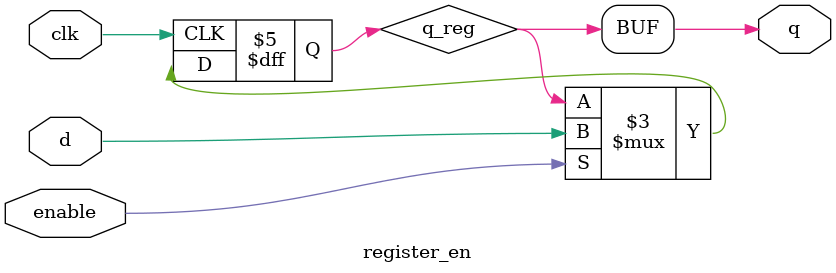
<source format=v>
module register_en(d, clk, enable, q);

	parameter	N = 1;

	input	[N-1:0]	d; 
	input	clk;
	input   enable;
	output  [N-1:0]	q;


	reg  [N-1:0]	q_reg;

always @(posedge clk)
	begin
		if(enable)
		begin
			q_reg <= d;
		end
		else
		begin
			q_reg <= q_reg;
		end
	end

assign q = q_reg;

endmodule
</source>
